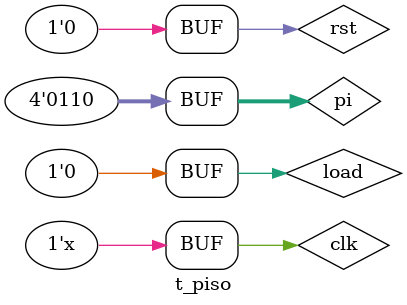
<source format=v>
module t_piso();
wire so;
reg [3:0] pi;
reg clk,rst,load;


piso m1(so,pi,clk,rst,load);

initial begin
clk=1'b0; rst=1'b0;pi=4'b0101;load=1'b0;
#2 rst=1'b1;
#10 rst=1'b0;
#10 load=1'b1;
#10 load=1'b0;
#10 pi=4'b0110;
#40 load=1'b1;
#10 load=1'b0;
end

always
#5 clk=~clk;

endmodule

</source>
